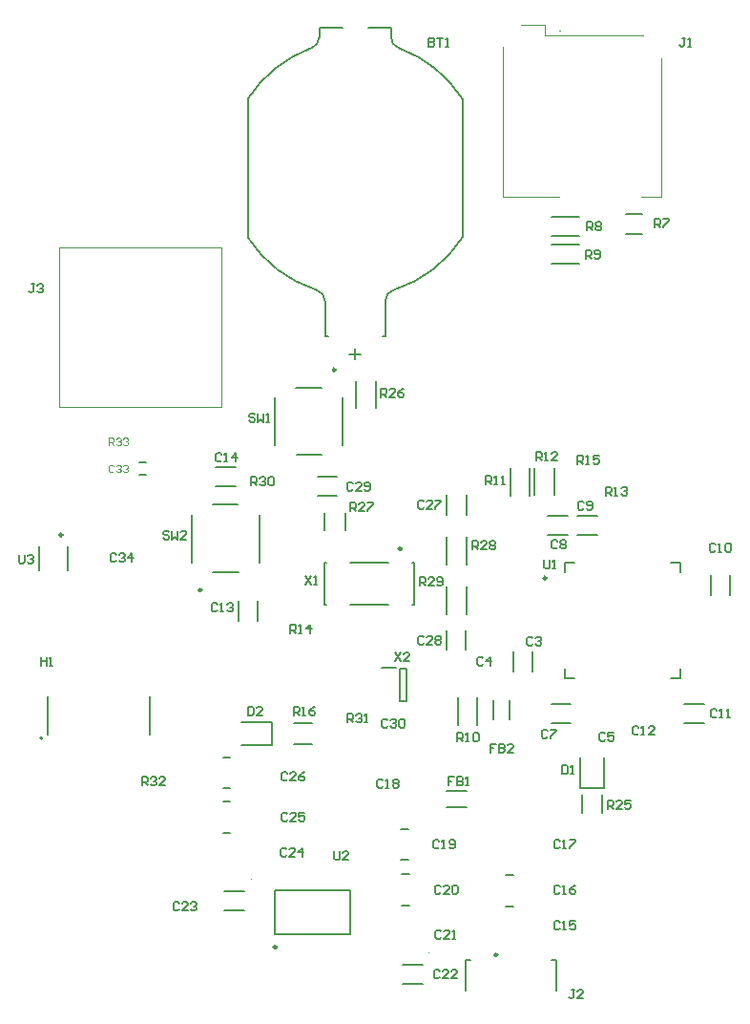
<source format=gto>
G04*
G04 #@! TF.GenerationSoftware,Altium Limited,Altium Designer,23.8.1 (32)*
G04*
G04 Layer_Color=65535*
%FSLAX25Y25*%
%MOIN*%
G70*
G04*
G04 #@! TF.SameCoordinates,E8196DF9-6BE1-4897-A204-F033BB6E7C32*
G04*
G04*
G04 #@! TF.FilePolarity,Positive*
G04*
G01*
G75*
%ADD10C,0.00787*%
%ADD11C,0.00394*%
%ADD12C,0.00984*%
%ADD13C,0.00492*%
%ADD14C,0.00700*%
D10*
X272579Y243307D02*
G03*
X272579Y243307I-394J0D01*
G01*
X395358Y399717D02*
G03*
X392382Y395839I1039J-3879D01*
G01*
X395357Y399719D02*
G03*
X419390Y418090I-13468J42525D01*
G01*
X419391Y466398D02*
G03*
X397179Y484149I-37501J-24154D01*
G01*
X394390Y487972D02*
G03*
X397178Y484149I4016J0D01*
G01*
X366602D02*
G03*
X369390Y487972I-1228J3824D01*
G01*
X366602Y484148D02*
G03*
X344390Y466398I15288J-41905D01*
G01*
X344390Y418092D02*
G03*
X368423Y399722I37501J24154D01*
G01*
X371398Y395839D02*
G03*
X368421Y399717I-4016J0D01*
G01*
X310079Y244567D02*
Y258071D01*
X274409Y244567D02*
Y258071D01*
X306614Y335236D02*
X308976D01*
X306614Y339567D02*
X308976D01*
X455315Y304528D02*
X458563D01*
X492224D02*
X495472D01*
Y264370D02*
Y267618D01*
Y301280D02*
Y304528D01*
X455315Y264370D02*
X458563D01*
X492224D02*
X495472D01*
X455315D02*
Y267618D01*
Y301280D02*
Y304528D01*
X451402Y328096D02*
Y337593D01*
X444661Y328096D02*
Y337593D01*
X371398Y383661D02*
X372386D01*
X392382D02*
Y395839D01*
X419390Y418090D02*
Y466399D01*
X394390Y487972D02*
Y491142D01*
X369390D02*
X377386D01*
X369390Y487972D02*
Y491142D01*
X344390Y418090D02*
Y466399D01*
X371398Y383661D02*
Y395839D01*
X381890Y375433D02*
Y379370D01*
X379921Y377402D02*
X383858D01*
X391394Y383661D02*
X392382D01*
X386394Y491142D02*
X394390D01*
X332169Y301201D02*
X341059D01*
X332169Y324783D02*
X340945D01*
X324823Y304709D02*
Y321260D01*
X348406Y304709D02*
Y321260D01*
X353957Y345669D02*
Y362220D01*
X377539Y345669D02*
Y362220D01*
X361417Y342146D02*
X370193D01*
X361303Y365728D02*
X370193D01*
X368680Y334559D02*
X375569D01*
X368701Y327854D02*
X375590D01*
X378543Y315884D02*
Y321790D01*
X371260Y315884D02*
Y321790D01*
X450571Y415670D02*
X460067D01*
X450571Y408929D02*
X460067D01*
X476416Y426378D02*
X482321D01*
X476416Y419095D02*
X482321D01*
X450559Y418480D02*
X460055D01*
X450559Y425221D02*
X460055D01*
X512807Y293385D02*
Y300274D01*
X506102Y293406D02*
Y300295D01*
X437205Y266634D02*
Y273523D01*
X443909Y266655D02*
Y273545D01*
X424630Y248008D02*
Y257504D01*
X417889Y248008D02*
Y257504D01*
X420693Y303913D02*
Y313410D01*
X413952Y303913D02*
Y313410D01*
X449290Y314358D02*
X456180D01*
X449311Y321063D02*
X456201D01*
X420669Y274114D02*
Y281004D01*
X413965Y274093D02*
Y280983D01*
X397933Y200984D02*
X400492D01*
X397933Y211614D02*
X400492D01*
X342126Y240748D02*
X352756D01*
Y249016D01*
X342126D02*
X352756D01*
X360630Y241338D02*
X366929D01*
X360630Y248425D02*
X366929D01*
X353740Y175000D02*
X380118D01*
X353740Y190354D02*
X380118D01*
X353740Y175000D02*
Y190354D01*
X380118Y175000D02*
Y190354D01*
X336298Y189972D02*
X343188D01*
X336319Y183268D02*
X343209D01*
X335728Y221260D02*
X338287D01*
X335728Y210236D02*
X338287D01*
X335728Y225787D02*
X338287D01*
X335728Y236417D02*
X338287D01*
X420394Y155217D02*
Y165748D01*
X452244Y155217D02*
Y165748D01*
X450394D02*
X452244D01*
X420394D02*
X422244D01*
X271654Y301851D02*
Y310119D01*
X281496Y301851D02*
Y310119D01*
X380118Y289764D02*
X393504D01*
X380118Y304725D02*
X393504D01*
X371063Y289764D02*
X371850D01*
X371063D02*
Y304725D01*
X371850D01*
X401772Y289764D02*
X402559D01*
Y304725D01*
X401772D02*
X402559D01*
X389008Y358539D02*
Y368036D01*
X382267Y358539D02*
Y368036D01*
X398503Y164382D02*
X405392D01*
X398524Y157677D02*
X405413D01*
X434547Y184646D02*
X437106D01*
X434547Y195669D02*
X437106D01*
X413977Y224902D02*
X420866D01*
X413977Y219193D02*
X420866D01*
X398327Y196063D02*
X400886D01*
X398327Y185039D02*
X400886D01*
X347846Y284371D02*
Y291261D01*
X341142Y284350D02*
Y291240D01*
X391339Y267913D02*
X396063D01*
X397441Y256299D02*
Y267717D01*
Y256299D02*
X399803D01*
Y267717D01*
X397441D02*
X399803D01*
X450394Y255217D02*
X457283D01*
X450373Y248512D02*
X457262D01*
X435925Y249803D02*
Y256693D01*
X430217Y249803D02*
Y256693D01*
X496949Y255315D02*
X503838D01*
X496928Y248610D02*
X503818D01*
X460433Y225787D02*
Y236417D01*
Y225787D02*
X468701D01*
Y236417D01*
X468110Y217126D02*
Y223425D01*
X461024Y217126D02*
Y223425D01*
X420693Y286590D02*
Y296087D01*
X413952Y286590D02*
Y296087D01*
X333148Y338004D02*
X340038D01*
X333169Y331299D02*
X340059D01*
X420681Y321379D02*
Y328269D01*
X413976Y321358D02*
Y328248D01*
X459568Y314358D02*
X466458D01*
X459547Y321063D02*
X466437D01*
X436197Y328035D02*
Y337532D01*
X442937Y328035D02*
Y337532D01*
D11*
X453248Y490158D02*
G03*
X453642Y490158I197J0D01*
G01*
D02*
G03*
X453248Y490158I-197J0D01*
G01*
X407815Y168504D02*
G03*
X407815Y168504I-197J0D01*
G01*
X345728Y194095D02*
G03*
X345728Y194095I-197J0D01*
G01*
X427165Y212598D02*
G03*
X427165Y212598I-197J0D01*
G01*
X448130Y488583D02*
X482382D01*
X448130D02*
Y492283D01*
X439862D02*
X448130D01*
X488779Y432283D02*
Y480709D01*
X481988Y432283D02*
X488779D01*
X433465D02*
X453248D01*
X433465D02*
Y484646D01*
X278425Y414449D02*
X335118D01*
Y358937D02*
Y414449D01*
X278425Y358937D02*
X335118D01*
X278425D02*
Y414449D01*
D12*
X448720Y299213D02*
G03*
X448720Y299213I-492J0D01*
G01*
X328248Y295079D02*
G03*
X328248Y295079I-492J0D01*
G01*
X375098Y371850D02*
G03*
X375098Y371850I-492J0D01*
G01*
X354429Y170374D02*
G03*
X354429Y170374I-492J0D01*
G01*
X431595Y167717D02*
G03*
X431595Y167717I-492J0D01*
G01*
X279626Y314261D02*
G03*
X279626Y314261I-492J0D01*
G01*
X398130Y309449D02*
G03*
X398130Y309449I-492J0D01*
G01*
D13*
X295880Y345601D02*
Y348100D01*
X297130D01*
X297547Y347684D01*
Y346850D01*
X297130Y346434D01*
X295880D01*
X296713D02*
X297547Y345601D01*
X298379Y347684D02*
X298796Y348100D01*
X299629D01*
X300046Y347684D01*
Y347267D01*
X299629Y346850D01*
X299213D01*
X299629D01*
X300046Y346434D01*
Y346017D01*
X299629Y345601D01*
X298796D01*
X298379Y346017D01*
X300879Y347684D02*
X301295Y348100D01*
X302128D01*
X302545Y347684D01*
Y347267D01*
X302128Y346850D01*
X301712D01*
X302128D01*
X302545Y346434D01*
Y346017D01*
X302128Y345601D01*
X301295D01*
X300879Y346017D01*
X297547Y338235D02*
X297130Y338651D01*
X296297D01*
X295880Y338235D01*
Y336568D01*
X296297Y336152D01*
X297130D01*
X297547Y336568D01*
X298379Y338235D02*
X298796Y338651D01*
X299629D01*
X300046Y338235D01*
Y337818D01*
X299629Y337402D01*
X299213D01*
X299629D01*
X300046Y336985D01*
Y336568D01*
X299629Y336152D01*
X298796D01*
X298379Y336568D01*
X300879Y338235D02*
X301295Y338651D01*
X302128D01*
X302545Y338235D01*
Y337818D01*
X302128Y337402D01*
X301712D01*
X302128D01*
X302545Y336985D01*
Y336568D01*
X302128Y336152D01*
X301295D01*
X300879Y336568D01*
D14*
X497244Y487720D02*
X496244D01*
X496744D01*
Y485221D01*
X496244Y484721D01*
X495745D01*
X495245Y485221D01*
X498244Y484721D02*
X499243D01*
X498744D01*
Y487720D01*
X498244Y487220D01*
X448001Y305436D02*
Y302937D01*
X448500Y302437D01*
X449500D01*
X450000Y302937D01*
Y305436D01*
X451000Y302437D02*
X451999D01*
X451500D01*
Y305436D01*
X451000Y304937D01*
X357843Y204543D02*
X357343Y205043D01*
X356344D01*
X355844Y204543D01*
Y202544D01*
X356344Y202044D01*
X357343D01*
X357843Y202544D01*
X360842Y202044D02*
X358843D01*
X360842Y204043D01*
Y204543D01*
X360342Y205043D01*
X359343D01*
X358843Y204543D01*
X363341Y202044D02*
Y205043D01*
X361842Y203543D01*
X363841D01*
X411886Y175803D02*
X411386Y176303D01*
X410387D01*
X409887Y175803D01*
Y173803D01*
X410387Y173304D01*
X411386D01*
X411886Y173803D01*
X414885Y173304D02*
X412886D01*
X414885Y175303D01*
Y175803D01*
X414386Y176303D01*
X413386D01*
X412886Y175803D01*
X415885Y173304D02*
X416885D01*
X416385D01*
Y176303D01*
X415885Y175803D01*
X453369Y207299D02*
X452869Y207799D01*
X451869D01*
X451369Y207299D01*
Y205299D01*
X451869Y204800D01*
X452869D01*
X453369Y205299D01*
X454368Y204800D02*
X455368D01*
X454868D01*
Y207799D01*
X454368Y207299D01*
X456868Y207799D02*
X458867D01*
Y207299D01*
X456868Y205299D01*
Y204800D01*
X445070Y340233D02*
Y343232D01*
X446570D01*
X447070Y342732D01*
Y341732D01*
X446570Y341232D01*
X445070D01*
X446070D02*
X447070Y340233D01*
X448069D02*
X449069D01*
X448569D01*
Y343232D01*
X448069Y342732D01*
X452568Y340233D02*
X450568D01*
X452568Y342232D01*
Y342732D01*
X452068Y343232D01*
X451068D01*
X450568Y342732D01*
X272100Y271599D02*
Y268600D01*
Y270099D01*
X274099D01*
Y271599D01*
Y268600D01*
X275099D02*
X276099D01*
X275599D01*
Y271599D01*
X275099Y271099D01*
X269973Y401893D02*
X268973D01*
X269473D01*
Y399394D01*
X268973Y398894D01*
X268473D01*
X267973Y399394D01*
X270972Y401393D02*
X271472Y401893D01*
X272472D01*
X272972Y401393D01*
Y400893D01*
X272472Y400394D01*
X271972D01*
X272472D01*
X272972Y399894D01*
Y399394D01*
X272472Y398894D01*
X271472D01*
X270972Y399394D01*
X320442Y185645D02*
X319942Y186145D01*
X318942D01*
X318442Y185645D01*
Y183646D01*
X318942Y183146D01*
X319942D01*
X320442Y183646D01*
X323441Y183146D02*
X321441D01*
X323441Y185145D01*
Y185645D01*
X322941Y186145D01*
X321941D01*
X321441Y185645D01*
X324440D02*
X324940Y186145D01*
X325940D01*
X326440Y185645D01*
Y185145D01*
X325940Y184646D01*
X325440D01*
X325940D01*
X326440Y184146D01*
Y183646D01*
X325940Y183146D01*
X324940D01*
X324440Y183646D01*
X411780Y191551D02*
X411280Y192051D01*
X410281D01*
X409781Y191551D01*
Y189551D01*
X410281Y189052D01*
X411280D01*
X411780Y189551D01*
X414779Y189052D02*
X412780D01*
X414779Y191051D01*
Y191551D01*
X414279Y192051D01*
X413280D01*
X412780Y191551D01*
X415779D02*
X416279Y192051D01*
X417278D01*
X417778Y191551D01*
Y189551D01*
X417278Y189052D01*
X416279D01*
X415779Y189551D01*
Y191551D01*
X411386Y162023D02*
X410887Y162523D01*
X409887D01*
X409387Y162023D01*
Y160024D01*
X409887Y159524D01*
X410887D01*
X411386Y160024D01*
X414386Y159524D02*
X412386D01*
X414386Y161523D01*
Y162023D01*
X413886Y162523D01*
X412886D01*
X412386Y162023D01*
X417384Y159524D02*
X415385D01*
X417384Y161523D01*
Y162023D01*
X416885Y162523D01*
X415885D01*
X415385Y162023D01*
X358237Y216748D02*
X357737Y217248D01*
X356737D01*
X356238Y216748D01*
Y214748D01*
X356737Y214248D01*
X357737D01*
X358237Y214748D01*
X361236Y214248D02*
X359237D01*
X361236Y216248D01*
Y216748D01*
X360736Y217248D01*
X359736D01*
X359237Y216748D01*
X364235Y217248D02*
X362236D01*
Y215748D01*
X363235Y216248D01*
X363735D01*
X364235Y215748D01*
Y214748D01*
X363735Y214248D01*
X362735D01*
X362236Y214748D01*
X298394Y307299D02*
X297895Y307799D01*
X296895D01*
X296395Y307299D01*
Y305299D01*
X296895Y304800D01*
X297895D01*
X298394Y305299D01*
X299394Y307299D02*
X299894Y307799D01*
X300894D01*
X301393Y307299D01*
Y306799D01*
X300894Y306299D01*
X300394D01*
X300894D01*
X301393Y305799D01*
Y305299D01*
X300894Y304800D01*
X299894D01*
X299394Y305299D01*
X303893Y304800D02*
Y307799D01*
X302393Y306299D01*
X304392D01*
X453369Y191551D02*
X452869Y192051D01*
X451869D01*
X451369Y191551D01*
Y189551D01*
X451869Y189052D01*
X452869D01*
X453369Y189551D01*
X454368Y189052D02*
X455368D01*
X454868D01*
Y192051D01*
X454368Y191551D01*
X458867Y192051D02*
X457867Y191551D01*
X456868Y190551D01*
Y189551D01*
X457367Y189052D01*
X458367D01*
X458867Y189551D01*
Y190051D01*
X458367Y190551D01*
X456868D01*
X395926Y273153D02*
X397925Y270154D01*
Y273153D02*
X395926Y270154D01*
X400924D02*
X398925D01*
X400924Y272153D01*
Y272653D01*
X400425Y273153D01*
X399425D01*
X398925Y272653D01*
X364536Y299925D02*
X366535Y296926D01*
Y299925D02*
X364536Y296926D01*
X367535D02*
X368535D01*
X368035D01*
Y299925D01*
X367535Y299425D01*
X264430Y307405D02*
Y304906D01*
X264930Y304406D01*
X265930D01*
X266429Y304906D01*
Y307405D01*
X267429Y306905D02*
X267929Y307405D01*
X268929D01*
X269428Y306905D01*
Y306405D01*
X268929Y305906D01*
X268429D01*
X268929D01*
X269428Y305406D01*
Y304906D01*
X268929Y304406D01*
X267929D01*
X267429Y304906D01*
X374666Y203862D02*
Y201362D01*
X375166Y200863D01*
X376166D01*
X376665Y201362D01*
Y203862D01*
X379664Y200863D02*
X377665D01*
X379664Y202862D01*
Y203362D01*
X379165Y203862D01*
X378165D01*
X377665Y203362D01*
X316898Y315173D02*
X316399Y315673D01*
X315399D01*
X314899Y315173D01*
Y314673D01*
X315399Y314173D01*
X316399D01*
X316898Y313673D01*
Y313174D01*
X316399Y312674D01*
X315399D01*
X314899Y313174D01*
X317898Y315673D02*
Y312674D01*
X318898Y313673D01*
X319897Y312674D01*
Y315673D01*
X322896Y312674D02*
X320897D01*
X322896Y314673D01*
Y315173D01*
X322396Y315673D01*
X321397D01*
X320897Y315173D01*
X346926Y356118D02*
X346426Y356618D01*
X345426D01*
X344926Y356118D01*
Y355618D01*
X345426Y355118D01*
X346426D01*
X346926Y354618D01*
Y354118D01*
X346426Y353619D01*
X345426D01*
X344926Y354118D01*
X347925Y356618D02*
Y353619D01*
X348925Y354618D01*
X349925Y353619D01*
Y356618D01*
X350924Y353619D02*
X351924D01*
X351424D01*
Y356618D01*
X350924Y356118D01*
X307419Y226847D02*
Y229846D01*
X308918D01*
X309418Y229346D01*
Y228346D01*
X308918Y227847D01*
X307419D01*
X308418D02*
X309418Y226847D01*
X310418Y229346D02*
X310917Y229846D01*
X311917D01*
X312417Y229346D01*
Y228846D01*
X311917Y228346D01*
X311417D01*
X311917D01*
X312417Y227847D01*
Y227347D01*
X311917Y226847D01*
X310917D01*
X310418Y227347D01*
X315416Y226847D02*
X313417D01*
X315416Y228846D01*
Y229346D01*
X314916Y229846D01*
X313916D01*
X313417Y229346D01*
X379178Y248894D02*
Y251893D01*
X380678D01*
X381178Y251393D01*
Y250394D01*
X380678Y249894D01*
X379178D01*
X380178D02*
X381178Y248894D01*
X382177Y251393D02*
X382677Y251893D01*
X383677D01*
X384177Y251393D01*
Y250893D01*
X383677Y250394D01*
X383177D01*
X383677D01*
X384177Y249894D01*
Y249394D01*
X383677Y248894D01*
X382677D01*
X382177Y249394D01*
X385176Y248894D02*
X386176D01*
X385676D01*
Y251893D01*
X385176Y251393D01*
X345608Y331571D02*
Y334570D01*
X347107D01*
X347607Y334071D01*
Y333071D01*
X347107Y332571D01*
X345608D01*
X346607D02*
X347607Y331571D01*
X348607Y334071D02*
X349107Y334570D01*
X350106D01*
X350606Y334071D01*
Y333571D01*
X350106Y333071D01*
X349606D01*
X350106D01*
X350606Y332571D01*
Y332071D01*
X350106Y331571D01*
X349107D01*
X348607Y332071D01*
X351606Y334071D02*
X352105Y334570D01*
X353105D01*
X353605Y334071D01*
Y332071D01*
X353105Y331571D01*
X352105D01*
X351606Y332071D01*
Y334071D01*
X404367Y296434D02*
Y299433D01*
X405867D01*
X406367Y298933D01*
Y297933D01*
X405867Y297433D01*
X404367D01*
X405367D02*
X406367Y296434D01*
X409366D02*
X407367D01*
X409366Y298433D01*
Y298933D01*
X408866Y299433D01*
X407866D01*
X407367Y298933D01*
X410365Y296933D02*
X410865Y296434D01*
X411865D01*
X412365Y296933D01*
Y298933D01*
X411865Y299433D01*
X410865D01*
X410365Y298933D01*
Y298433D01*
X410865Y297933D01*
X412365D01*
X422871Y309130D02*
Y312129D01*
X424371D01*
X424871Y311630D01*
Y310630D01*
X424371Y310130D01*
X422871D01*
X423871D02*
X424871Y309130D01*
X427870D02*
X425870D01*
X427870Y311130D01*
Y311630D01*
X427370Y312129D01*
X426370D01*
X425870Y311630D01*
X428869D02*
X429369Y312129D01*
X430369D01*
X430869Y311630D01*
Y311130D01*
X430369Y310630D01*
X430869Y310130D01*
Y309630D01*
X430369Y309130D01*
X429369D01*
X428869Y309630D01*
Y310130D01*
X429369Y310630D01*
X428869Y311130D01*
Y311630D01*
X429369Y310630D02*
X430369D01*
X380253Y322516D02*
Y325515D01*
X381753D01*
X382253Y325015D01*
Y324016D01*
X381753Y323516D01*
X380253D01*
X381253D02*
X382253Y322516D01*
X385252D02*
X383252D01*
X385252Y324516D01*
Y325015D01*
X384752Y325515D01*
X383752D01*
X383252Y325015D01*
X386251Y325515D02*
X388251D01*
Y325015D01*
X386251Y323016D01*
Y322516D01*
X390883Y362280D02*
Y365279D01*
X392383D01*
X392882Y364779D01*
Y363779D01*
X392383Y363280D01*
X390883D01*
X391883D02*
X392882Y362280D01*
X395882D02*
X393882D01*
X395882Y364279D01*
Y364779D01*
X395382Y365279D01*
X394382D01*
X393882Y364779D01*
X398881Y365279D02*
X397881Y364779D01*
X396881Y363779D01*
Y362780D01*
X397381Y362280D01*
X398381D01*
X398881Y362780D01*
Y363280D01*
X398381Y363779D01*
X396881D01*
X470017Y218579D02*
Y221578D01*
X471517D01*
X472016Y221078D01*
Y220079D01*
X471517Y219579D01*
X470017D01*
X471017D02*
X472016Y218579D01*
X475015D02*
X473016D01*
X475015Y220579D01*
Y221078D01*
X474516Y221578D01*
X473516D01*
X473016Y221078D01*
X478015Y221578D02*
X476015D01*
Y220079D01*
X477015Y220579D01*
X477515D01*
X478015Y220079D01*
Y219079D01*
X477515Y218579D01*
X476515D01*
X476015Y219079D01*
X360424Y251256D02*
Y254255D01*
X361924D01*
X362424Y253756D01*
Y252756D01*
X361924Y252256D01*
X360424D01*
X361424D02*
X362424Y251256D01*
X363423D02*
X364423D01*
X363923D01*
Y254255D01*
X363423Y253756D01*
X367922Y254255D02*
X366922Y253756D01*
X365923Y252756D01*
Y251756D01*
X366423Y251256D01*
X367422D01*
X367922Y251756D01*
Y252256D01*
X367422Y252756D01*
X365923D01*
X459637Y339052D02*
Y342051D01*
X461137D01*
X461636Y341551D01*
Y340551D01*
X461137Y340051D01*
X459637D01*
X460637D02*
X461636Y339052D01*
X462636D02*
X463636D01*
X463136D01*
Y342051D01*
X462636Y341551D01*
X467135Y342051D02*
X465135D01*
Y340551D01*
X466135Y341051D01*
X466635D01*
X467135Y340551D01*
Y339551D01*
X466635Y339052D01*
X465635D01*
X465135Y339551D01*
X359243Y279996D02*
Y282996D01*
X360743D01*
X361243Y282496D01*
Y281496D01*
X360743Y280996D01*
X359243D01*
X360243D02*
X361243Y279996D01*
X362242D02*
X363242D01*
X362742D01*
Y282996D01*
X362242Y282496D01*
X366241Y279996D02*
Y282996D01*
X364742Y281496D01*
X366741D01*
X469480Y328028D02*
Y331027D01*
X470979D01*
X471479Y330527D01*
Y329528D01*
X470979Y329028D01*
X469480D01*
X470479D02*
X471479Y328028D01*
X472479D02*
X473478D01*
X472978D01*
Y331027D01*
X472479Y330527D01*
X474978D02*
X475478Y331027D01*
X476477D01*
X476977Y330527D01*
Y330027D01*
X476477Y329528D01*
X475978D01*
X476477D01*
X476977Y329028D01*
Y328528D01*
X476477Y328028D01*
X475478D01*
X474978Y328528D01*
X427657Y331867D02*
Y334866D01*
X429156D01*
X429656Y334366D01*
Y333366D01*
X429156Y332866D01*
X427657D01*
X428656D02*
X429656Y331867D01*
X430656D02*
X431655D01*
X431155D01*
Y334866D01*
X430656Y334366D01*
X433155Y331867D02*
X434155D01*
X433655D01*
Y334866D01*
X433155Y334366D01*
X417511Y242201D02*
Y245200D01*
X419011D01*
X419510Y244701D01*
Y243701D01*
X419011Y243201D01*
X417511D01*
X418511D02*
X419510Y242201D01*
X420510D02*
X421510D01*
X421010D01*
Y245200D01*
X420510Y244701D01*
X423009D02*
X423509Y245200D01*
X424509D01*
X425009Y244701D01*
Y242701D01*
X424509Y242201D01*
X423509D01*
X423009Y242701D01*
Y244701D01*
X462461Y410705D02*
Y413704D01*
X463961D01*
X464461Y413204D01*
Y412205D01*
X463961Y411705D01*
X462461D01*
X463461D02*
X464461Y410705D01*
X465460Y411205D02*
X465960Y410705D01*
X466960D01*
X467460Y411205D01*
Y413204D01*
X466960Y413704D01*
X465960D01*
X465460Y413204D01*
Y412705D01*
X465960Y412205D01*
X467460D01*
X462855Y420548D02*
Y423547D01*
X464355D01*
X464854Y423047D01*
Y422047D01*
X464355Y421547D01*
X462855D01*
X463855D02*
X464854Y420548D01*
X465854Y423047D02*
X466354Y423547D01*
X467354D01*
X467853Y423047D01*
Y422547D01*
X467354Y422047D01*
X467853Y421547D01*
Y421048D01*
X467354Y420548D01*
X466354D01*
X465854Y421048D01*
Y421547D01*
X466354Y422047D01*
X465854Y422547D01*
Y423047D01*
X466354Y422047D02*
X467354D01*
X486576Y421434D02*
Y424433D01*
X488075D01*
X488575Y423933D01*
Y422933D01*
X488075Y422433D01*
X486576D01*
X487575D02*
X488575Y421434D01*
X489575Y424433D02*
X491574D01*
Y423933D01*
X489575Y421933D01*
Y421434D01*
X458555Y155437D02*
X457556D01*
X458055D01*
Y152937D01*
X457556Y152437D01*
X457056D01*
X456556Y152937D01*
X461554Y152437D02*
X459555D01*
X461554Y154437D01*
Y154937D01*
X461055Y155437D01*
X460055D01*
X459555Y154937D01*
X431072Y241263D02*
X429072D01*
Y239764D01*
X430072D01*
X429072D01*
Y238264D01*
X432071Y241263D02*
Y238264D01*
X433571D01*
X434071Y238764D01*
Y239264D01*
X433571Y239764D01*
X432071D01*
X433571D01*
X434071Y240264D01*
Y240763D01*
X433571Y241263D01*
X432071D01*
X437070Y238264D02*
X435070D01*
X437070Y240264D01*
Y240763D01*
X436570Y241263D01*
X435570D01*
X435070Y240763D01*
X416611Y229846D02*
X414611D01*
Y228346D01*
X415611D01*
X414611D01*
Y226847D01*
X417610Y229846D02*
Y226847D01*
X419110D01*
X419610Y227347D01*
Y227847D01*
X419110Y228346D01*
X417610D01*
X419110D01*
X419610Y228846D01*
Y229346D01*
X419110Y229846D01*
X417610D01*
X420609Y226847D02*
X421609D01*
X421109D01*
Y229846D01*
X420609Y229346D01*
X344351Y254255D02*
Y251256D01*
X345851D01*
X346351Y251756D01*
Y253756D01*
X345851Y254255D01*
X344351D01*
X349350Y251256D02*
X347350D01*
X349350Y253256D01*
Y253756D01*
X348850Y254255D01*
X347850D01*
X347350Y253756D01*
X454300Y233783D02*
Y230784D01*
X455799D01*
X456299Y231284D01*
Y233283D01*
X455799Y233783D01*
X454300D01*
X457299Y230784D02*
X458299D01*
X457799D01*
Y233783D01*
X457299Y233283D01*
X393276Y249425D02*
X392776Y249925D01*
X391777D01*
X391277Y249425D01*
Y247426D01*
X391777Y246926D01*
X392776D01*
X393276Y247426D01*
X394276Y249425D02*
X394776Y249925D01*
X395775D01*
X396275Y249425D01*
Y248925D01*
X395775Y248425D01*
X395276D01*
X395775D01*
X396275Y247925D01*
Y247426D01*
X395775Y246926D01*
X394776D01*
X394276Y247426D01*
X397275Y249425D02*
X397775Y249925D01*
X398775D01*
X399274Y249425D01*
Y247426D01*
X398775Y246926D01*
X397775D01*
X397275Y247426D01*
Y249425D01*
X381071Y332102D02*
X380572Y332602D01*
X379572D01*
X379072Y332102D01*
Y330103D01*
X379572Y329603D01*
X380572D01*
X381071Y330103D01*
X384071Y329603D02*
X382071D01*
X384071Y331602D01*
Y332102D01*
X383571Y332602D01*
X382571D01*
X382071Y332102D01*
X385070Y330103D02*
X385570Y329603D01*
X386570D01*
X387070Y330103D01*
Y332102D01*
X386570Y332602D01*
X385570D01*
X385070Y332102D01*
Y331602D01*
X385570Y331102D01*
X387070D01*
X405875Y278559D02*
X405375Y279059D01*
X404375D01*
X403875Y278559D01*
Y276559D01*
X404375Y276060D01*
X405375D01*
X405875Y276559D01*
X408874Y276060D02*
X406874D01*
X408874Y278059D01*
Y278559D01*
X408374Y279059D01*
X407374D01*
X406874Y278559D01*
X409873D02*
X410373Y279059D01*
X411373D01*
X411873Y278559D01*
Y278059D01*
X411373Y277559D01*
X411873Y277059D01*
Y276559D01*
X411373Y276060D01*
X410373D01*
X409873Y276559D01*
Y277059D01*
X410373Y277559D01*
X409873Y278059D01*
Y278559D01*
X410373Y277559D02*
X411373D01*
X405973Y325803D02*
X405473Y326303D01*
X404474D01*
X403974Y325803D01*
Y323803D01*
X404474Y323304D01*
X405473D01*
X405973Y323803D01*
X408972Y323304D02*
X406973D01*
X408972Y325303D01*
Y325803D01*
X408472Y326303D01*
X407473D01*
X406973Y325803D01*
X409972Y326303D02*
X411971D01*
Y325803D01*
X409972Y323803D01*
Y323304D01*
X358237Y230921D02*
X357737Y231421D01*
X356737D01*
X356238Y230921D01*
Y228922D01*
X356737Y228422D01*
X357737D01*
X358237Y228922D01*
X361236Y228422D02*
X359237D01*
X361236Y230421D01*
Y230921D01*
X360736Y231421D01*
X359736D01*
X359237Y230921D01*
X364235Y231421D02*
X363235Y230921D01*
X362236Y229921D01*
Y228922D01*
X362735Y228422D01*
X363735D01*
X364235Y228922D01*
Y229421D01*
X363735Y229921D01*
X362236D01*
X411243Y207299D02*
X410743Y207799D01*
X409743D01*
X409243Y207299D01*
Y205299D01*
X409743Y204800D01*
X410743D01*
X411243Y205299D01*
X412242Y204800D02*
X413242D01*
X412742D01*
Y207799D01*
X412242Y207299D01*
X414742Y205299D02*
X415241Y204800D01*
X416241D01*
X416741Y205299D01*
Y207299D01*
X416241Y207799D01*
X415241D01*
X414742Y207299D01*
Y206799D01*
X415241Y206299D01*
X416741D01*
X391558Y228559D02*
X391058Y229059D01*
X390058D01*
X389558Y228559D01*
Y226559D01*
X390058Y226060D01*
X391058D01*
X391558Y226559D01*
X392557Y226060D02*
X393557D01*
X393057D01*
Y229059D01*
X392557Y228559D01*
X395057D02*
X395556Y229059D01*
X396556D01*
X397056Y228559D01*
Y228059D01*
X396556Y227559D01*
X397056Y227059D01*
Y226559D01*
X396556Y226060D01*
X395556D01*
X395057Y226559D01*
Y227059D01*
X395556Y227559D01*
X395057Y228059D01*
Y228559D01*
X395556Y227559D02*
X396556D01*
X453369Y178952D02*
X452869Y179452D01*
X451869D01*
X451369Y178952D01*
Y176953D01*
X451869Y176453D01*
X452869D01*
X453369Y176953D01*
X454368Y176453D02*
X455368D01*
X454868D01*
Y179452D01*
X454368Y178952D01*
X458867Y179452D02*
X456868D01*
Y177953D01*
X457867Y178453D01*
X458367D01*
X458867Y177953D01*
Y176953D01*
X458367Y176453D01*
X457367D01*
X456868Y176953D01*
X335258Y342338D02*
X334759Y342838D01*
X333759D01*
X333259Y342338D01*
Y340339D01*
X333759Y339839D01*
X334759D01*
X335258Y340339D01*
X336258Y339839D02*
X337258D01*
X336758D01*
Y342838D01*
X336258Y342338D01*
X340257Y339839D02*
Y342838D01*
X338757Y341339D01*
X340757D01*
X333684Y289976D02*
X333184Y290476D01*
X332184D01*
X331684Y289976D01*
Y287977D01*
X332184Y287477D01*
X333184D01*
X333684Y287977D01*
X334683Y287477D02*
X335683D01*
X335183D01*
Y290476D01*
X334683Y289976D01*
X337182D02*
X337682Y290476D01*
X338682D01*
X339182Y289976D01*
Y289476D01*
X338682Y288976D01*
X338182D01*
X338682D01*
X339182Y288476D01*
Y287977D01*
X338682Y287477D01*
X337682D01*
X337182Y287977D01*
X480928Y247063D02*
X480428Y247563D01*
X479428D01*
X478928Y247063D01*
Y245063D01*
X479428Y244564D01*
X480428D01*
X480928Y245063D01*
X481927Y244564D02*
X482927D01*
X482427D01*
Y247563D01*
X481927Y247063D01*
X486426Y244564D02*
X484427D01*
X486426Y246563D01*
Y247063D01*
X485926Y247563D01*
X484927D01*
X484427Y247063D01*
X508199Y252968D02*
X507699Y253468D01*
X506700D01*
X506200Y252968D01*
Y250969D01*
X506700Y250469D01*
X507699D01*
X508199Y250969D01*
X509199Y250469D02*
X510199D01*
X509699D01*
Y253468D01*
X509199Y252968D01*
X511698Y250469D02*
X512698D01*
X512198D01*
Y253468D01*
X511698Y252968D01*
X507699Y310842D02*
X507200Y311342D01*
X506200D01*
X505700Y310842D01*
Y308843D01*
X506200Y308343D01*
X507200D01*
X507699Y308843D01*
X508699Y308343D02*
X509699D01*
X509199D01*
Y311342D01*
X508699Y310842D01*
X511198D02*
X511698Y311342D01*
X512698D01*
X513198Y310842D01*
Y308843D01*
X512698Y308343D01*
X511698D01*
X511198Y308843D01*
Y310842D01*
X461705Y325409D02*
X461205Y325909D01*
X460205D01*
X459705Y325409D01*
Y323410D01*
X460205Y322910D01*
X461205D01*
X461705Y323410D01*
X462705D02*
X463204Y322910D01*
X464204D01*
X464704Y323410D01*
Y325409D01*
X464204Y325909D01*
X463204D01*
X462705Y325409D01*
Y324909D01*
X463204Y324410D01*
X464704D01*
X452650Y312023D02*
X452150Y312523D01*
X451150D01*
X450650Y312023D01*
Y310024D01*
X451150Y309524D01*
X452150D01*
X452650Y310024D01*
X453649Y312023D02*
X454149Y312523D01*
X455149D01*
X455649Y312023D01*
Y311524D01*
X455149Y311024D01*
X455649Y310524D01*
Y310024D01*
X455149Y309524D01*
X454149D01*
X453649Y310024D01*
Y310524D01*
X454149Y311024D01*
X453649Y311524D01*
Y312023D01*
X454149Y311024D02*
X455149D01*
X449107Y245882D02*
X448607Y246381D01*
X447607D01*
X447107Y245882D01*
Y243882D01*
X447607Y243382D01*
X448607D01*
X449107Y243882D01*
X450106Y246381D02*
X452106D01*
Y245882D01*
X450106Y243882D01*
Y243382D01*
X469185Y244799D02*
X468685Y245299D01*
X467686D01*
X467186Y244799D01*
Y242799D01*
X467686Y242300D01*
X468685D01*
X469185Y242799D01*
X472184Y245299D02*
X470185D01*
Y243799D01*
X471185Y244299D01*
X471684D01*
X472184Y243799D01*
Y242799D01*
X471684Y242300D01*
X470685D01*
X470185Y242799D01*
X426665Y271078D02*
X426166Y271578D01*
X425166D01*
X424666Y271078D01*
Y269079D01*
X425166Y268579D01*
X426166D01*
X426665Y269079D01*
X429165Y268579D02*
Y271578D01*
X427665Y270079D01*
X429665D01*
X443988Y278165D02*
X443489Y278665D01*
X442489D01*
X441989Y278165D01*
Y276166D01*
X442489Y275666D01*
X443489D01*
X443988Y276166D01*
X444988Y278165D02*
X445488Y278665D01*
X446488D01*
X446987Y278165D01*
Y277665D01*
X446488Y277165D01*
X445988D01*
X446488D01*
X446987Y276665D01*
Y276166D01*
X446488Y275666D01*
X445488D01*
X444988Y276166D01*
X407525Y487720D02*
Y484721D01*
X409024D01*
X409524Y485221D01*
Y485721D01*
X409024Y486221D01*
X407525D01*
X409024D01*
X409524Y486720D01*
Y487220D01*
X409024Y487720D01*
X407525D01*
X410524D02*
X412523D01*
X411523D01*
Y484721D01*
X413523D02*
X414523D01*
X414023D01*
Y487720D01*
X413523Y487220D01*
M02*

</source>
